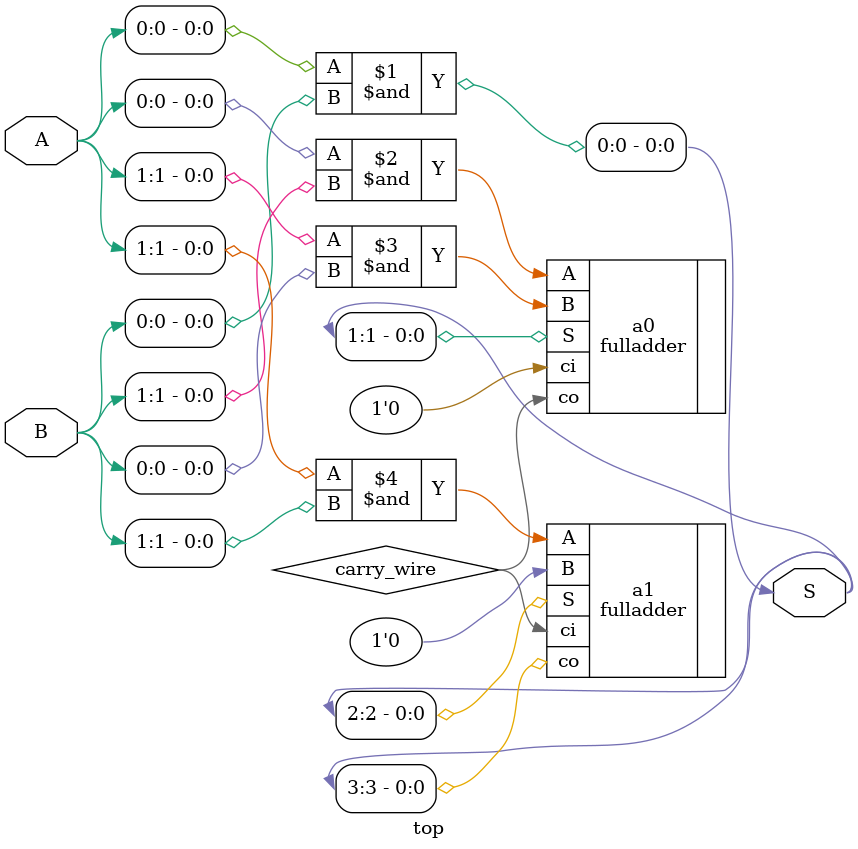
<source format=v>
`timescale 1ns/1ps

/* Descrição de um somador de N bits */
module top 
(
  input [1:0] A,
  input [1:0] B,
  output [3:0] S
);

  wire carry_wire;	
  assign S[0] = A[0]&B[0];
  
  fulladder a0 (.A(A[0]&B[1]),
                .B(A[1]&B[0]),
	        .ci(1'b0),
                .S(S[1]),
 	        .co(carry_wire)
               );

  fulladder a1 (.A(A[1]&B[1]),
                .B(1'b0),
	        .ci(carry_wire),
                .S(S[2]),
 	        .co(S[3])
               );
	
  /*gate and0 (.a(A[0]),
             .b(B[0]),
             .y()
            );

  gate and1 (.a(A[1]),
             .b(B[0]),
             .y()
            ); 

  gate and2 (.a(A[0]),
             .b(B[1]),
             .y()
            );

  gate and3 (.a(A[1]),
             .b(B[1]),
             .y()
            ); 

  adder a0 (.A(A[i]),
             .B(B[i]),
	     .ci(ci_wire[i]),
             .S(S[i]),
 	     .co(ci_wire[i+1])
           );

  adder a0 (.A(A[i]),
             .B(B[i]),
	     .ci(ci_wire[i]),
             .S(S[i]),
 	     .co(ci_wire[i+1])
           );*/

endmodule

</source>
